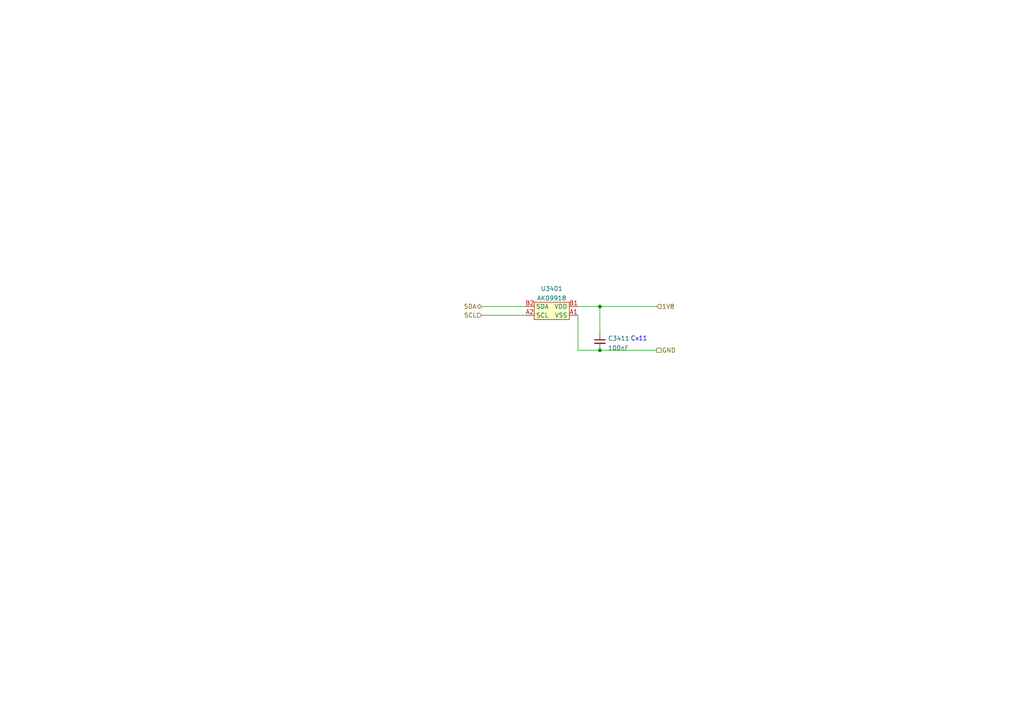
<source format=kicad_sch>
(kicad_sch (version 20211123) (generator eeschema)
  (paper "A4")
  (lib_symbols
    (symbol "Device:C_Small" (pin_numbers hide) (pin_names (offset 0.254) hide)
      (property "Reference" "C" (at 0.254 1.778 0))
      (property "Value" "C_Small" (at 0.254 -2.032 0))
      (symbol "C_Small_0_1"
        (polyline (pts (xy -1.524 -0.508) (xy 1.524 -0.508)) (stroke (width 0.3302)))
        (polyline (pts (xy -1.524 0.508) (xy 1.524 0.508)) (stroke (width 0.3048)))
      )
      (symbol "C_Small_1_1"
        (pin passive line (at 0 2.54 270) (length 2.032) (name "~") (number "1"))
        (pin passive line (at 0 -2.54 90) (length 2.032) (name "~") (number "2"))
      )
    )
    (symbol "KwanSystems:AK09918"
      (property "Reference" "U" (at 0 5.08 0))
      (property "Value" "AK09918" (at 0 -2.54 0))
      (symbol "AK09918_0_1"
        (rectangle (start -5.08 3.81) (end 5.08 -1.27) (stroke (width 0.1524)) (fill (type background)))
      )
      (symbol "AK09918_1_1"
        (pin power_in line (at 7.62 0 180) (length 2.54) (name "VSS") (number "A1"))
        (pin bidirectional line (at -7.62 0 0) (length 2.54) (name "SCL") (number "A2"))
        (pin power_in line (at 7.62 2.54 180) (length 2.54) (name "VDD") (number "B1"))
        (pin input line (at -7.62 2.54 0) (length 2.54) (name "SDA") (number "B2"))
      )
    )
  )
  (junction (at 173.99 101.6))
  (junction (at 173.99 88.9))
  (wire (pts (xy 167.64 91.44) (xy 167.64 101.6)))
  (wire (pts (xy 173.99 101.6) (xy 190.5 101.6)))
  (wire (pts (xy 139.7 88.9) (xy 152.4 88.9)))
  (wire (pts (xy 167.64 101.6) (xy 173.99 101.6)))
  (wire (pts (xy 173.99 88.9) (xy 190.5 88.9)))
  (wire (pts (xy 167.64 88.9) (xy 173.99 88.9)))
  (wire (pts (xy 139.7 91.44) (xy 152.4 91.44)))
  (wire (pts (xy 173.99 88.9) (xy 173.99 96.52)))
  (text "Cx11" (at 182.88 99.06 0) (effects (font (size 1.27 1.27)) (justify left bottom)))
  (hierarchical_label "SDA" (shape bidirectional) (at 139.7 88.9 180))
  (hierarchical_label "SCL" (shape input) (at 139.7 91.44 180))
  (hierarchical_label "GND" (shape passive) (at 190.5 101.6 0))
  (hierarchical_label "1V8" (shape input) (at 190.5 88.9 0))
  (symbol (lib_id "KwanSystems:AK09918") (at 160.02 91.44 0)
    (property "Reference" "U3401" (at 160.02 83.7143 0))
    (property "Value" "AK09918" (at 160.02 86.4894 0))
    (property "Footprint" "KwanSystems:AK09918C" (effects hide))
    (property "Datasheet" "https://www.akm.com/content/dam/documents/products/electronic-compass/ak09918c/ak09918c-en-datasheet.pdf" (effects hide))
  )
  (symbol (lib_id "Device:C_Small") (at 173.99 99.06 0)
    (property "Reference" "C3411" (at 176.3141 98.1578 0) (effects (justify left)))
    (property "Value" "100nF" (at 176.3141 100.9329 0) (effects (justify left)))
    (property "Footprint" "Capacitor_SMD:C_0402_1005Metric" (effects hide))
  )
)
</source>
